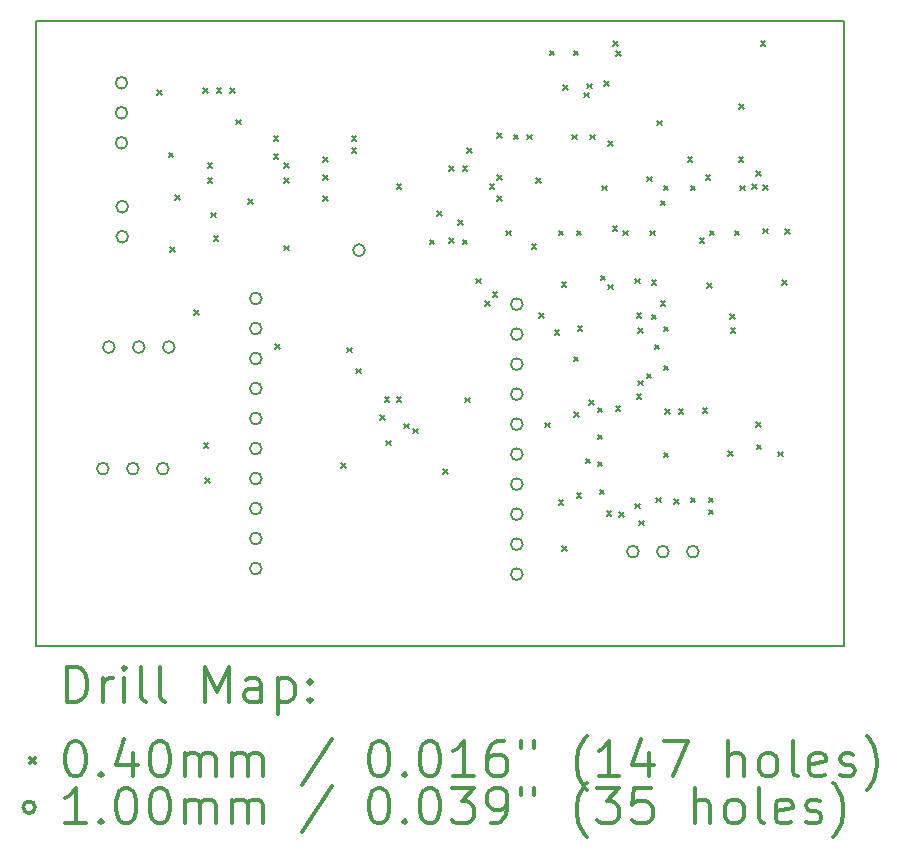
<source format=gbr>
%FSLAX45Y45*%
G04 Gerber Fmt 4.5, Leading zero omitted, Abs format (unit mm)*
G04 Created by KiCad (PCBNEW 4.0.4-stable) date 11/20/17 17:16:34*
%MOMM*%
%LPD*%
G01*
G04 APERTURE LIST*
%ADD10C,0.127000*%
%ADD11C,0.150000*%
%ADD12C,0.200000*%
%ADD13C,0.300000*%
G04 APERTURE END LIST*
D10*
D11*
X10922000Y-9163050D02*
X17767300Y-9163050D01*
X10922000Y-14458950D02*
X10922000Y-9163050D01*
X11277600Y-14458950D02*
X10922000Y-14458950D01*
X17767300Y-14458950D02*
X11277600Y-14458950D01*
X17767300Y-9163050D02*
X17767300Y-14458950D01*
D12*
X11945940Y-9750110D02*
X11985940Y-9790110D01*
X11985940Y-9750110D02*
X11945940Y-9790110D01*
X12045000Y-10279700D02*
X12085000Y-10319700D01*
X12085000Y-10279700D02*
X12045000Y-10319700D01*
X12057700Y-11079800D02*
X12097700Y-11119800D01*
X12097700Y-11079800D02*
X12057700Y-11119800D01*
X12098340Y-10639110D02*
X12138340Y-10679110D01*
X12138340Y-10639110D02*
X12098340Y-10679110D01*
X12260900Y-11613200D02*
X12300900Y-11653200D01*
X12300900Y-11613200D02*
X12260900Y-11653200D01*
X12337100Y-9733600D02*
X12377100Y-9773600D01*
X12377100Y-9733600D02*
X12337100Y-9773600D01*
X12342180Y-12737150D02*
X12382180Y-12777150D01*
X12382180Y-12737150D02*
X12342180Y-12777150D01*
X12357420Y-13036870D02*
X12397420Y-13076870D01*
X12397420Y-13036870D02*
X12357420Y-13076870D01*
X12375200Y-10368600D02*
X12415200Y-10408600D01*
X12415200Y-10368600D02*
X12375200Y-10408600D01*
X12375200Y-10495600D02*
X12415200Y-10535600D01*
X12415200Y-10495600D02*
X12375200Y-10535600D01*
X12405680Y-10788970D02*
X12445680Y-10828970D01*
X12445680Y-10788970D02*
X12405680Y-10828970D01*
X12426000Y-10984550D02*
X12466000Y-11024550D01*
X12466000Y-10984550D02*
X12426000Y-11024550D01*
X12451400Y-9733600D02*
X12491400Y-9773600D01*
X12491400Y-9733600D02*
X12451400Y-9773600D01*
X12565700Y-9733600D02*
X12605700Y-9773600D01*
X12605700Y-9733600D02*
X12565700Y-9773600D01*
X12616500Y-10000300D02*
X12656500Y-10040300D01*
X12656500Y-10000300D02*
X12616500Y-10040300D01*
X12718100Y-10673400D02*
X12758100Y-10713400D01*
X12758100Y-10673400D02*
X12718100Y-10713400D01*
X12934000Y-10140000D02*
X12974000Y-10180000D01*
X12974000Y-10140000D02*
X12934000Y-10180000D01*
X12934000Y-10292400D02*
X12974000Y-10332400D01*
X12974000Y-10292400D02*
X12934000Y-10332400D01*
X12946700Y-11898950D02*
X12986700Y-11938950D01*
X12986700Y-11898950D02*
X12946700Y-11938950D01*
X13022900Y-10368600D02*
X13062900Y-10408600D01*
X13062900Y-10368600D02*
X13022900Y-10408600D01*
X13022900Y-10495600D02*
X13062900Y-10535600D01*
X13062900Y-10495600D02*
X13022900Y-10535600D01*
X13022900Y-11067100D02*
X13062900Y-11107100D01*
X13062900Y-11067100D02*
X13022900Y-11107100D01*
X13353100Y-10317800D02*
X13393100Y-10357800D01*
X13393100Y-10317800D02*
X13353100Y-10357800D01*
X13353100Y-10470200D02*
X13393100Y-10510200D01*
X13393100Y-10470200D02*
X13353100Y-10510200D01*
X13353100Y-10648000D02*
X13393100Y-10688000D01*
X13393100Y-10648000D02*
X13353100Y-10688000D01*
X13505500Y-12908600D02*
X13545500Y-12948600D01*
X13545500Y-12908600D02*
X13505500Y-12948600D01*
X13556300Y-11930700D02*
X13596300Y-11970700D01*
X13596300Y-11930700D02*
X13556300Y-11970700D01*
X13594400Y-10140000D02*
X13634400Y-10180000D01*
X13634400Y-10140000D02*
X13594400Y-10180000D01*
X13594400Y-10241600D02*
X13634400Y-10281600D01*
X13634400Y-10241600D02*
X13594400Y-10281600D01*
X13632500Y-12108500D02*
X13672500Y-12148500D01*
X13672500Y-12108500D02*
X13632500Y-12148500D01*
X13835700Y-12502200D02*
X13875700Y-12542200D01*
X13875700Y-12502200D02*
X13835700Y-12542200D01*
X13873800Y-12349800D02*
X13913800Y-12389800D01*
X13913800Y-12349800D02*
X13873800Y-12389800D01*
X13886500Y-12718100D02*
X13926500Y-12758100D01*
X13926500Y-12718100D02*
X13886500Y-12758100D01*
X13975400Y-10546400D02*
X14015400Y-10586400D01*
X14015400Y-10546400D02*
X13975400Y-10586400D01*
X13975400Y-12349800D02*
X14015400Y-12389800D01*
X14015400Y-12349800D02*
X13975400Y-12389800D01*
X14038900Y-12574590D02*
X14078900Y-12614590D01*
X14078900Y-12574590D02*
X14038900Y-12614590D01*
X14115100Y-12616500D02*
X14155100Y-12656500D01*
X14155100Y-12616500D02*
X14115100Y-12656500D01*
X14254800Y-11016300D02*
X14294800Y-11056300D01*
X14294800Y-11016300D02*
X14254800Y-11056300D01*
X14318300Y-10775000D02*
X14358300Y-10815000D01*
X14358300Y-10775000D02*
X14318300Y-10815000D01*
X14371640Y-12958130D02*
X14411640Y-12998130D01*
X14411640Y-12958130D02*
X14371640Y-12998130D01*
X14419900Y-10394000D02*
X14459900Y-10434000D01*
X14459900Y-10394000D02*
X14419900Y-10434000D01*
X14419900Y-11003600D02*
X14459900Y-11043600D01*
X14459900Y-11003600D02*
X14419900Y-11043600D01*
X14496100Y-10851200D02*
X14536100Y-10891200D01*
X14536100Y-10851200D02*
X14496100Y-10891200D01*
X14534200Y-10394000D02*
X14574200Y-10434000D01*
X14574200Y-10394000D02*
X14534200Y-10434000D01*
X14534200Y-11016300D02*
X14574200Y-11056300D01*
X14574200Y-11016300D02*
X14534200Y-11056300D01*
X14554520Y-12353610D02*
X14594520Y-12393610D01*
X14594520Y-12353610D02*
X14554520Y-12393610D01*
X14572300Y-10241600D02*
X14612300Y-10281600D01*
X14612300Y-10241600D02*
X14572300Y-10281600D01*
X14648500Y-11346500D02*
X14688500Y-11386500D01*
X14688500Y-11346500D02*
X14648500Y-11386500D01*
X14724700Y-11537000D02*
X14764700Y-11577000D01*
X14764700Y-11537000D02*
X14724700Y-11577000D01*
X14762800Y-10546400D02*
X14802800Y-10586400D01*
X14802800Y-10546400D02*
X14762800Y-10586400D01*
X14788200Y-11462070D02*
X14828200Y-11502070D01*
X14828200Y-11462070D02*
X14788200Y-11502070D01*
X14826300Y-10114600D02*
X14866300Y-10154600D01*
X14866300Y-10114600D02*
X14826300Y-10154600D01*
X14826300Y-10470200D02*
X14866300Y-10510200D01*
X14866300Y-10470200D02*
X14826300Y-10510200D01*
X14826300Y-10648000D02*
X14866300Y-10688000D01*
X14866300Y-10648000D02*
X14826300Y-10688000D01*
X14902500Y-10940100D02*
X14942500Y-10980100D01*
X14942500Y-10940100D02*
X14902500Y-10980100D01*
X14966000Y-10127300D02*
X15006000Y-10167300D01*
X15006000Y-10127300D02*
X14966000Y-10167300D01*
X15080300Y-10127300D02*
X15120300Y-10167300D01*
X15120300Y-10127300D02*
X15080300Y-10167300D01*
X15118400Y-11054400D02*
X15158400Y-11094400D01*
X15158400Y-11054400D02*
X15118400Y-11094400D01*
X15156500Y-10495600D02*
X15196500Y-10535600D01*
X15196500Y-10495600D02*
X15156500Y-10535600D01*
X15181900Y-11639870D02*
X15221900Y-11679870D01*
X15221900Y-11639870D02*
X15181900Y-11679870D01*
X15232700Y-12565700D02*
X15272700Y-12605700D01*
X15272700Y-12565700D02*
X15232700Y-12605700D01*
X15270800Y-9416100D02*
X15310800Y-9456100D01*
X15310800Y-9416100D02*
X15270800Y-9456100D01*
X15313980Y-11782110D02*
X15353980Y-11822110D01*
X15353980Y-11782110D02*
X15313980Y-11822110D01*
X15347000Y-10940100D02*
X15387000Y-10980100D01*
X15387000Y-10940100D02*
X15347000Y-10980100D01*
X15347000Y-13219750D02*
X15387000Y-13259750D01*
X15387000Y-13219750D02*
X15347000Y-13259750D01*
X15372400Y-11375710D02*
X15412400Y-11415710D01*
X15412400Y-11375710D02*
X15372400Y-11415710D01*
X15374940Y-13613450D02*
X15414940Y-13653450D01*
X15414940Y-13613450D02*
X15374940Y-13653450D01*
X15385100Y-9708200D02*
X15425100Y-9748200D01*
X15425100Y-9708200D02*
X15385100Y-9748200D01*
X15461300Y-10127300D02*
X15501300Y-10167300D01*
X15501300Y-10127300D02*
X15461300Y-10167300D01*
X15474000Y-9416100D02*
X15514000Y-9456100D01*
X15514000Y-9416100D02*
X15474000Y-9456100D01*
X15474000Y-12006900D02*
X15514000Y-12046900D01*
X15514000Y-12006900D02*
X15474000Y-12046900D01*
X15479080Y-12475530D02*
X15519080Y-12515530D01*
X15519080Y-12475530D02*
X15479080Y-12515530D01*
X15499400Y-10940100D02*
X15539400Y-10980100D01*
X15539400Y-10940100D02*
X15499400Y-10980100D01*
X15499400Y-13162600D02*
X15539400Y-13202600D01*
X15539400Y-13162600D02*
X15499400Y-13202600D01*
X15509560Y-11746550D02*
X15549560Y-11786550D01*
X15549560Y-11746550D02*
X15509560Y-11786550D01*
X15565440Y-9772970D02*
X15605440Y-9812970D01*
X15605440Y-9772970D02*
X15565440Y-9812970D01*
X15575600Y-12870500D02*
X15615600Y-12910500D01*
X15615600Y-12870500D02*
X15575600Y-12910500D01*
X15588300Y-9695500D02*
X15628300Y-9735500D01*
X15628300Y-9695500D02*
X15588300Y-9735500D01*
X15603540Y-12376470D02*
X15643540Y-12416470D01*
X15643540Y-12376470D02*
X15603540Y-12416470D01*
X15613700Y-10127300D02*
X15653700Y-10167300D01*
X15653700Y-10127300D02*
X15613700Y-10167300D01*
X15677200Y-12438700D02*
X15717200Y-12478700D01*
X15717200Y-12438700D02*
X15677200Y-12478700D01*
X15677200Y-12667300D02*
X15717200Y-12707300D01*
X15717200Y-12667300D02*
X15677200Y-12707300D01*
X15677200Y-12895900D02*
X15717200Y-12935900D01*
X15717200Y-12895900D02*
X15677200Y-12935900D01*
X15694980Y-13133390D02*
X15734980Y-13173390D01*
X15734980Y-13133390D02*
X15694980Y-13173390D01*
X15702600Y-11321100D02*
X15742600Y-11361100D01*
X15742600Y-11321100D02*
X15702600Y-11361100D01*
X15715300Y-10559100D02*
X15755300Y-10599100D01*
X15755300Y-10559100D02*
X15715300Y-10599100D01*
X15735620Y-9676450D02*
X15775620Y-9716450D01*
X15775620Y-9676450D02*
X15735620Y-9716450D01*
X15753400Y-13315000D02*
X15793400Y-13355000D01*
X15793400Y-13315000D02*
X15753400Y-13355000D01*
X15766100Y-10184450D02*
X15806100Y-10224450D01*
X15806100Y-10184450D02*
X15766100Y-10224450D01*
X15766100Y-11397300D02*
X15806100Y-11437300D01*
X15806100Y-11397300D02*
X15766100Y-11437300D01*
X15804200Y-10902000D02*
X15844200Y-10942000D01*
X15844200Y-10902000D02*
X15804200Y-10942000D01*
X15811820Y-9336090D02*
X15851820Y-9376090D01*
X15851820Y-9336090D02*
X15811820Y-9376090D01*
X15829600Y-12426000D02*
X15869600Y-12466000D01*
X15869600Y-12426000D02*
X15829600Y-12466000D01*
X15837220Y-9419910D02*
X15877220Y-9459910D01*
X15877220Y-9419910D02*
X15837220Y-9459910D01*
X15857540Y-13321350D02*
X15897540Y-13361350D01*
X15897540Y-13321350D02*
X15857540Y-13361350D01*
X15893100Y-10940100D02*
X15933100Y-10980100D01*
X15933100Y-10940100D02*
X15893100Y-10980100D01*
X15994700Y-11346500D02*
X16034700Y-11386500D01*
X16034700Y-11346500D02*
X15994700Y-11386500D01*
X15994700Y-13251500D02*
X16034700Y-13291500D01*
X16034700Y-13251500D02*
X15994700Y-13291500D01*
X16007400Y-11638600D02*
X16047400Y-11678600D01*
X16047400Y-11638600D02*
X16007400Y-11678600D01*
X16007400Y-12324400D02*
X16047400Y-12364400D01*
X16047400Y-12324400D02*
X16007400Y-12364400D01*
X16020100Y-11765600D02*
X16060100Y-11805600D01*
X16060100Y-11765600D02*
X16020100Y-11805600D01*
X16020100Y-12210100D02*
X16060100Y-12250100D01*
X16060100Y-12210100D02*
X16020100Y-12250100D01*
X16027720Y-13395010D02*
X16067720Y-13435010D01*
X16067720Y-13395010D02*
X16027720Y-13435010D01*
X16093760Y-12150410D02*
X16133760Y-12190410D01*
X16133760Y-12150410D02*
X16093760Y-12190410D01*
X16096300Y-10482900D02*
X16136300Y-10522900D01*
X16136300Y-10482900D02*
X16096300Y-10522900D01*
X16121700Y-10940100D02*
X16161700Y-10980100D01*
X16161700Y-10940100D02*
X16121700Y-10980100D01*
X16134400Y-11359200D02*
X16174400Y-11399200D01*
X16174400Y-11359200D02*
X16134400Y-11399200D01*
X16134400Y-11651300D02*
X16174400Y-11691300D01*
X16174400Y-11651300D02*
X16134400Y-11691300D01*
X16159800Y-11905300D02*
X16199800Y-11945300D01*
X16199800Y-11905300D02*
X16159800Y-11945300D01*
X16172500Y-13200700D02*
X16212500Y-13240700D01*
X16212500Y-13200700D02*
X16172500Y-13240700D01*
X16182660Y-10009190D02*
X16222660Y-10049190D01*
X16222660Y-10009190D02*
X16182660Y-10049190D01*
X16210600Y-10686100D02*
X16250600Y-10726100D01*
X16250600Y-10686100D02*
X16210600Y-10726100D01*
X16210600Y-11537000D02*
X16250600Y-11577000D01*
X16250600Y-11537000D02*
X16210600Y-11577000D01*
X16236000Y-10559100D02*
X16276000Y-10599100D01*
X16276000Y-10559100D02*
X16236000Y-10599100D01*
X16236000Y-11752900D02*
X16276000Y-11792900D01*
X16276000Y-11752900D02*
X16236000Y-11792900D01*
X16236000Y-12083100D02*
X16276000Y-12123100D01*
X16276000Y-12083100D02*
X16236000Y-12123100D01*
X16236000Y-12819700D02*
X16276000Y-12859700D01*
X16276000Y-12819700D02*
X16236000Y-12859700D01*
X16248700Y-12451400D02*
X16288700Y-12491400D01*
X16288700Y-12451400D02*
X16248700Y-12491400D01*
X16324900Y-13213400D02*
X16364900Y-13253400D01*
X16364900Y-13213400D02*
X16324900Y-13253400D01*
X16363000Y-12451400D02*
X16403000Y-12491400D01*
X16403000Y-12451400D02*
X16363000Y-12491400D01*
X16439200Y-10317800D02*
X16479200Y-10357800D01*
X16479200Y-10317800D02*
X16439200Y-10357800D01*
X16464600Y-10559100D02*
X16504600Y-10599100D01*
X16504600Y-10559100D02*
X16464600Y-10599100D01*
X16464600Y-13200700D02*
X16504600Y-13240700D01*
X16504600Y-13200700D02*
X16464600Y-13240700D01*
X16540800Y-11003600D02*
X16580800Y-11043600D01*
X16580800Y-11003600D02*
X16540800Y-11043600D01*
X16566200Y-12445050D02*
X16606200Y-12485050D01*
X16606200Y-12445050D02*
X16566200Y-12485050D01*
X16591600Y-10470200D02*
X16631600Y-10510200D01*
X16631600Y-10470200D02*
X16591600Y-10510200D01*
X16604300Y-11384600D02*
X16644300Y-11424600D01*
X16644300Y-11384600D02*
X16604300Y-11424600D01*
X16617000Y-13200700D02*
X16657000Y-13240700D01*
X16657000Y-13200700D02*
X16617000Y-13240700D01*
X16617000Y-13302300D02*
X16657000Y-13342300D01*
X16657000Y-13302300D02*
X16617000Y-13342300D01*
X16627160Y-10941370D02*
X16667160Y-10981370D01*
X16667160Y-10941370D02*
X16627160Y-10981370D01*
X16782100Y-12807000D02*
X16822100Y-12847000D01*
X16822100Y-12807000D02*
X16782100Y-12847000D01*
X16797340Y-11650030D02*
X16837340Y-11690030D01*
X16837340Y-11650030D02*
X16797340Y-11690030D01*
X16804960Y-11766870D02*
X16844960Y-11806870D01*
X16844960Y-11766870D02*
X16804960Y-11806870D01*
X16837980Y-10941370D02*
X16877980Y-10981370D01*
X16877980Y-10941370D02*
X16837980Y-10981370D01*
X16871000Y-10317800D02*
X16911000Y-10357800D01*
X16911000Y-10317800D02*
X16871000Y-10357800D01*
X16876080Y-9872030D02*
X16916080Y-9912030D01*
X16916080Y-9872030D02*
X16876080Y-9912030D01*
X16883700Y-10559100D02*
X16923700Y-10599100D01*
X16923700Y-10559100D02*
X16883700Y-10599100D01*
X16985300Y-10546400D02*
X17025300Y-10586400D01*
X17025300Y-10546400D02*
X16985300Y-10586400D01*
X17020860Y-10438450D02*
X17060860Y-10478450D01*
X17060860Y-10438450D02*
X17020860Y-10478450D01*
X17020860Y-12561890D02*
X17060860Y-12601890D01*
X17060860Y-12561890D02*
X17020860Y-12601890D01*
X17023400Y-12752390D02*
X17063400Y-12792390D01*
X17063400Y-12752390D02*
X17023400Y-12792390D01*
X17058960Y-9338630D02*
X17098960Y-9378630D01*
X17098960Y-9338630D02*
X17058960Y-9378630D01*
X17079280Y-10923590D02*
X17119280Y-10963590D01*
X17119280Y-10923590D02*
X17079280Y-10963590D01*
X17081820Y-10552750D02*
X17121820Y-10592750D01*
X17121820Y-10552750D02*
X17081820Y-10592750D01*
X17203740Y-12810810D02*
X17243740Y-12850810D01*
X17243740Y-12810810D02*
X17203740Y-12850810D01*
X17239300Y-11359200D02*
X17279300Y-11399200D01*
X17279300Y-11359200D02*
X17239300Y-11399200D01*
X17264700Y-10927400D02*
X17304700Y-10967400D01*
X17304700Y-10927400D02*
X17264700Y-10967400D01*
X11538420Y-12955270D02*
G75*
G03X11538420Y-12955270I-50000J0D01*
G01*
X11589220Y-11926570D02*
G75*
G03X11589220Y-11926570I-50000J0D01*
G01*
X11696836Y-9688950D02*
G75*
G03X11696836Y-9688950I-50000J0D01*
G01*
X11696836Y-9942950D02*
G75*
G03X11696836Y-9942950I-50000J0D01*
G01*
X11696836Y-10196950D02*
G75*
G03X11696836Y-10196950I-50000J0D01*
G01*
X11703286Y-10738200D02*
G75*
G03X11703286Y-10738200I-50000J0D01*
G01*
X11703286Y-10992200D02*
G75*
G03X11703286Y-10992200I-50000J0D01*
G01*
X11792420Y-12955270D02*
G75*
G03X11792420Y-12955270I-50000J0D01*
G01*
X11843220Y-11926570D02*
G75*
G03X11843220Y-11926570I-50000J0D01*
G01*
X12046420Y-12955270D02*
G75*
G03X12046420Y-12955270I-50000J0D01*
G01*
X12097220Y-11926570D02*
G75*
G03X12097220Y-11926570I-50000J0D01*
G01*
X12833820Y-11515090D02*
G75*
G03X12833820Y-11515090I-50000J0D01*
G01*
X12833820Y-11769090D02*
G75*
G03X12833820Y-11769090I-50000J0D01*
G01*
X12833820Y-12023090D02*
G75*
G03X12833820Y-12023090I-50000J0D01*
G01*
X12833820Y-12277090D02*
G75*
G03X12833820Y-12277090I-50000J0D01*
G01*
X12833820Y-12531090D02*
G75*
G03X12833820Y-12531090I-50000J0D01*
G01*
X12833820Y-12785090D02*
G75*
G03X12833820Y-12785090I-50000J0D01*
G01*
X12833820Y-13039090D02*
G75*
G03X12833820Y-13039090I-50000J0D01*
G01*
X12833820Y-13293090D02*
G75*
G03X12833820Y-13293090I-50000J0D01*
G01*
X12833820Y-13547090D02*
G75*
G03X12833820Y-13547090I-50000J0D01*
G01*
X12833820Y-13801090D02*
G75*
G03X12833820Y-13801090I-50000J0D01*
G01*
X13707580Y-11106150D02*
G75*
G03X13707580Y-11106150I-50000J0D01*
G01*
X15043620Y-11563350D02*
G75*
G03X15043620Y-11563350I-50000J0D01*
G01*
X15043620Y-11817350D02*
G75*
G03X15043620Y-11817350I-50000J0D01*
G01*
X15043620Y-12071350D02*
G75*
G03X15043620Y-12071350I-50000J0D01*
G01*
X15043620Y-12325350D02*
G75*
G03X15043620Y-12325350I-50000J0D01*
G01*
X15043620Y-12579350D02*
G75*
G03X15043620Y-12579350I-50000J0D01*
G01*
X15043620Y-12833350D02*
G75*
G03X15043620Y-12833350I-50000J0D01*
G01*
X15043620Y-13087350D02*
G75*
G03X15043620Y-13087350I-50000J0D01*
G01*
X15043620Y-13341350D02*
G75*
G03X15043620Y-13341350I-50000J0D01*
G01*
X15043620Y-13595350D02*
G75*
G03X15043620Y-13595350I-50000J0D01*
G01*
X15043620Y-13849350D02*
G75*
G03X15043620Y-13849350I-50000J0D01*
G01*
X16026600Y-13658850D02*
G75*
G03X16026600Y-13658850I-50000J0D01*
G01*
X16280600Y-13658850D02*
G75*
G03X16280600Y-13658850I-50000J0D01*
G01*
X16534600Y-13658850D02*
G75*
G03X16534600Y-13658850I-50000J0D01*
G01*
D13*
X11185928Y-14932164D02*
X11185928Y-14632164D01*
X11257357Y-14632164D01*
X11300214Y-14646450D01*
X11328786Y-14675021D01*
X11343071Y-14703593D01*
X11357357Y-14760736D01*
X11357357Y-14803593D01*
X11343071Y-14860736D01*
X11328786Y-14889307D01*
X11300214Y-14917879D01*
X11257357Y-14932164D01*
X11185928Y-14932164D01*
X11485928Y-14932164D02*
X11485928Y-14732164D01*
X11485928Y-14789307D02*
X11500214Y-14760736D01*
X11514500Y-14746450D01*
X11543071Y-14732164D01*
X11571643Y-14732164D01*
X11671643Y-14932164D02*
X11671643Y-14732164D01*
X11671643Y-14632164D02*
X11657357Y-14646450D01*
X11671643Y-14660736D01*
X11685928Y-14646450D01*
X11671643Y-14632164D01*
X11671643Y-14660736D01*
X11857357Y-14932164D02*
X11828786Y-14917879D01*
X11814500Y-14889307D01*
X11814500Y-14632164D01*
X12014500Y-14932164D02*
X11985928Y-14917879D01*
X11971643Y-14889307D01*
X11971643Y-14632164D01*
X12357357Y-14932164D02*
X12357357Y-14632164D01*
X12457357Y-14846450D01*
X12557357Y-14632164D01*
X12557357Y-14932164D01*
X12828786Y-14932164D02*
X12828786Y-14775021D01*
X12814500Y-14746450D01*
X12785928Y-14732164D01*
X12728786Y-14732164D01*
X12700214Y-14746450D01*
X12828786Y-14917879D02*
X12800214Y-14932164D01*
X12728786Y-14932164D01*
X12700214Y-14917879D01*
X12685928Y-14889307D01*
X12685928Y-14860736D01*
X12700214Y-14832164D01*
X12728786Y-14817879D01*
X12800214Y-14817879D01*
X12828786Y-14803593D01*
X12971643Y-14732164D02*
X12971643Y-15032164D01*
X12971643Y-14746450D02*
X13000214Y-14732164D01*
X13057357Y-14732164D01*
X13085928Y-14746450D01*
X13100214Y-14760736D01*
X13114500Y-14789307D01*
X13114500Y-14875021D01*
X13100214Y-14903593D01*
X13085928Y-14917879D01*
X13057357Y-14932164D01*
X13000214Y-14932164D01*
X12971643Y-14917879D01*
X13243071Y-14903593D02*
X13257357Y-14917879D01*
X13243071Y-14932164D01*
X13228786Y-14917879D01*
X13243071Y-14903593D01*
X13243071Y-14932164D01*
X13243071Y-14746450D02*
X13257357Y-14760736D01*
X13243071Y-14775021D01*
X13228786Y-14760736D01*
X13243071Y-14746450D01*
X13243071Y-14775021D01*
X10874500Y-15406450D02*
X10914500Y-15446450D01*
X10914500Y-15406450D02*
X10874500Y-15446450D01*
X11243071Y-15262164D02*
X11271643Y-15262164D01*
X11300214Y-15276450D01*
X11314500Y-15290736D01*
X11328786Y-15319307D01*
X11343071Y-15376450D01*
X11343071Y-15447879D01*
X11328786Y-15505021D01*
X11314500Y-15533593D01*
X11300214Y-15547879D01*
X11271643Y-15562164D01*
X11243071Y-15562164D01*
X11214500Y-15547879D01*
X11200214Y-15533593D01*
X11185928Y-15505021D01*
X11171643Y-15447879D01*
X11171643Y-15376450D01*
X11185928Y-15319307D01*
X11200214Y-15290736D01*
X11214500Y-15276450D01*
X11243071Y-15262164D01*
X11471643Y-15533593D02*
X11485928Y-15547879D01*
X11471643Y-15562164D01*
X11457357Y-15547879D01*
X11471643Y-15533593D01*
X11471643Y-15562164D01*
X11743071Y-15362164D02*
X11743071Y-15562164D01*
X11671643Y-15247879D02*
X11600214Y-15462164D01*
X11785928Y-15462164D01*
X11957357Y-15262164D02*
X11985928Y-15262164D01*
X12014500Y-15276450D01*
X12028786Y-15290736D01*
X12043071Y-15319307D01*
X12057357Y-15376450D01*
X12057357Y-15447879D01*
X12043071Y-15505021D01*
X12028786Y-15533593D01*
X12014500Y-15547879D01*
X11985928Y-15562164D01*
X11957357Y-15562164D01*
X11928786Y-15547879D01*
X11914500Y-15533593D01*
X11900214Y-15505021D01*
X11885928Y-15447879D01*
X11885928Y-15376450D01*
X11900214Y-15319307D01*
X11914500Y-15290736D01*
X11928786Y-15276450D01*
X11957357Y-15262164D01*
X12185928Y-15562164D02*
X12185928Y-15362164D01*
X12185928Y-15390736D02*
X12200214Y-15376450D01*
X12228786Y-15362164D01*
X12271643Y-15362164D01*
X12300214Y-15376450D01*
X12314500Y-15405021D01*
X12314500Y-15562164D01*
X12314500Y-15405021D02*
X12328786Y-15376450D01*
X12357357Y-15362164D01*
X12400214Y-15362164D01*
X12428786Y-15376450D01*
X12443071Y-15405021D01*
X12443071Y-15562164D01*
X12585928Y-15562164D02*
X12585928Y-15362164D01*
X12585928Y-15390736D02*
X12600214Y-15376450D01*
X12628786Y-15362164D01*
X12671643Y-15362164D01*
X12700214Y-15376450D01*
X12714500Y-15405021D01*
X12714500Y-15562164D01*
X12714500Y-15405021D02*
X12728786Y-15376450D01*
X12757357Y-15362164D01*
X12800214Y-15362164D01*
X12828786Y-15376450D01*
X12843071Y-15405021D01*
X12843071Y-15562164D01*
X13428786Y-15247879D02*
X13171643Y-15633593D01*
X13814500Y-15262164D02*
X13843071Y-15262164D01*
X13871643Y-15276450D01*
X13885928Y-15290736D01*
X13900214Y-15319307D01*
X13914500Y-15376450D01*
X13914500Y-15447879D01*
X13900214Y-15505021D01*
X13885928Y-15533593D01*
X13871643Y-15547879D01*
X13843071Y-15562164D01*
X13814500Y-15562164D01*
X13785928Y-15547879D01*
X13771643Y-15533593D01*
X13757357Y-15505021D01*
X13743071Y-15447879D01*
X13743071Y-15376450D01*
X13757357Y-15319307D01*
X13771643Y-15290736D01*
X13785928Y-15276450D01*
X13814500Y-15262164D01*
X14043071Y-15533593D02*
X14057357Y-15547879D01*
X14043071Y-15562164D01*
X14028786Y-15547879D01*
X14043071Y-15533593D01*
X14043071Y-15562164D01*
X14243071Y-15262164D02*
X14271643Y-15262164D01*
X14300214Y-15276450D01*
X14314500Y-15290736D01*
X14328785Y-15319307D01*
X14343071Y-15376450D01*
X14343071Y-15447879D01*
X14328785Y-15505021D01*
X14314500Y-15533593D01*
X14300214Y-15547879D01*
X14271643Y-15562164D01*
X14243071Y-15562164D01*
X14214500Y-15547879D01*
X14200214Y-15533593D01*
X14185928Y-15505021D01*
X14171643Y-15447879D01*
X14171643Y-15376450D01*
X14185928Y-15319307D01*
X14200214Y-15290736D01*
X14214500Y-15276450D01*
X14243071Y-15262164D01*
X14628785Y-15562164D02*
X14457357Y-15562164D01*
X14543071Y-15562164D02*
X14543071Y-15262164D01*
X14514500Y-15305021D01*
X14485928Y-15333593D01*
X14457357Y-15347879D01*
X14885928Y-15262164D02*
X14828785Y-15262164D01*
X14800214Y-15276450D01*
X14785928Y-15290736D01*
X14757357Y-15333593D01*
X14743071Y-15390736D01*
X14743071Y-15505021D01*
X14757357Y-15533593D01*
X14771643Y-15547879D01*
X14800214Y-15562164D01*
X14857357Y-15562164D01*
X14885928Y-15547879D01*
X14900214Y-15533593D01*
X14914500Y-15505021D01*
X14914500Y-15433593D01*
X14900214Y-15405021D01*
X14885928Y-15390736D01*
X14857357Y-15376450D01*
X14800214Y-15376450D01*
X14771643Y-15390736D01*
X14757357Y-15405021D01*
X14743071Y-15433593D01*
X15028786Y-15262164D02*
X15028786Y-15319307D01*
X15143071Y-15262164D02*
X15143071Y-15319307D01*
X15585928Y-15676450D02*
X15571643Y-15662164D01*
X15543071Y-15619307D01*
X15528785Y-15590736D01*
X15514500Y-15547879D01*
X15500214Y-15476450D01*
X15500214Y-15419307D01*
X15514500Y-15347879D01*
X15528785Y-15305021D01*
X15543071Y-15276450D01*
X15571643Y-15233593D01*
X15585928Y-15219307D01*
X15857357Y-15562164D02*
X15685928Y-15562164D01*
X15771643Y-15562164D02*
X15771643Y-15262164D01*
X15743071Y-15305021D01*
X15714500Y-15333593D01*
X15685928Y-15347879D01*
X16114500Y-15362164D02*
X16114500Y-15562164D01*
X16043071Y-15247879D02*
X15971643Y-15462164D01*
X16157357Y-15462164D01*
X16243071Y-15262164D02*
X16443071Y-15262164D01*
X16314500Y-15562164D01*
X16785928Y-15562164D02*
X16785928Y-15262164D01*
X16914500Y-15562164D02*
X16914500Y-15405021D01*
X16900214Y-15376450D01*
X16871643Y-15362164D01*
X16828786Y-15362164D01*
X16800214Y-15376450D01*
X16785928Y-15390736D01*
X17100214Y-15562164D02*
X17071643Y-15547879D01*
X17057357Y-15533593D01*
X17043071Y-15505021D01*
X17043071Y-15419307D01*
X17057357Y-15390736D01*
X17071643Y-15376450D01*
X17100214Y-15362164D01*
X17143071Y-15362164D01*
X17171643Y-15376450D01*
X17185928Y-15390736D01*
X17200214Y-15419307D01*
X17200214Y-15505021D01*
X17185928Y-15533593D01*
X17171643Y-15547879D01*
X17143071Y-15562164D01*
X17100214Y-15562164D01*
X17371643Y-15562164D02*
X17343071Y-15547879D01*
X17328786Y-15519307D01*
X17328786Y-15262164D01*
X17600214Y-15547879D02*
X17571643Y-15562164D01*
X17514500Y-15562164D01*
X17485929Y-15547879D01*
X17471643Y-15519307D01*
X17471643Y-15405021D01*
X17485929Y-15376450D01*
X17514500Y-15362164D01*
X17571643Y-15362164D01*
X17600214Y-15376450D01*
X17614500Y-15405021D01*
X17614500Y-15433593D01*
X17471643Y-15462164D01*
X17728786Y-15547879D02*
X17757357Y-15562164D01*
X17814500Y-15562164D01*
X17843071Y-15547879D01*
X17857357Y-15519307D01*
X17857357Y-15505021D01*
X17843071Y-15476450D01*
X17814500Y-15462164D01*
X17771643Y-15462164D01*
X17743071Y-15447879D01*
X17728786Y-15419307D01*
X17728786Y-15405021D01*
X17743071Y-15376450D01*
X17771643Y-15362164D01*
X17814500Y-15362164D01*
X17843071Y-15376450D01*
X17957357Y-15676450D02*
X17971643Y-15662164D01*
X18000214Y-15619307D01*
X18014500Y-15590736D01*
X18028786Y-15547879D01*
X18043071Y-15476450D01*
X18043071Y-15419307D01*
X18028786Y-15347879D01*
X18014500Y-15305021D01*
X18000214Y-15276450D01*
X17971643Y-15233593D01*
X17957357Y-15219307D01*
X10914500Y-15822450D02*
G75*
G03X10914500Y-15822450I-50000J0D01*
G01*
X11343071Y-15958164D02*
X11171643Y-15958164D01*
X11257357Y-15958164D02*
X11257357Y-15658164D01*
X11228786Y-15701021D01*
X11200214Y-15729593D01*
X11171643Y-15743879D01*
X11471643Y-15929593D02*
X11485928Y-15943879D01*
X11471643Y-15958164D01*
X11457357Y-15943879D01*
X11471643Y-15929593D01*
X11471643Y-15958164D01*
X11671643Y-15658164D02*
X11700214Y-15658164D01*
X11728786Y-15672450D01*
X11743071Y-15686736D01*
X11757357Y-15715307D01*
X11771643Y-15772450D01*
X11771643Y-15843879D01*
X11757357Y-15901021D01*
X11743071Y-15929593D01*
X11728786Y-15943879D01*
X11700214Y-15958164D01*
X11671643Y-15958164D01*
X11643071Y-15943879D01*
X11628786Y-15929593D01*
X11614500Y-15901021D01*
X11600214Y-15843879D01*
X11600214Y-15772450D01*
X11614500Y-15715307D01*
X11628786Y-15686736D01*
X11643071Y-15672450D01*
X11671643Y-15658164D01*
X11957357Y-15658164D02*
X11985928Y-15658164D01*
X12014500Y-15672450D01*
X12028786Y-15686736D01*
X12043071Y-15715307D01*
X12057357Y-15772450D01*
X12057357Y-15843879D01*
X12043071Y-15901021D01*
X12028786Y-15929593D01*
X12014500Y-15943879D01*
X11985928Y-15958164D01*
X11957357Y-15958164D01*
X11928786Y-15943879D01*
X11914500Y-15929593D01*
X11900214Y-15901021D01*
X11885928Y-15843879D01*
X11885928Y-15772450D01*
X11900214Y-15715307D01*
X11914500Y-15686736D01*
X11928786Y-15672450D01*
X11957357Y-15658164D01*
X12185928Y-15958164D02*
X12185928Y-15758164D01*
X12185928Y-15786736D02*
X12200214Y-15772450D01*
X12228786Y-15758164D01*
X12271643Y-15758164D01*
X12300214Y-15772450D01*
X12314500Y-15801021D01*
X12314500Y-15958164D01*
X12314500Y-15801021D02*
X12328786Y-15772450D01*
X12357357Y-15758164D01*
X12400214Y-15758164D01*
X12428786Y-15772450D01*
X12443071Y-15801021D01*
X12443071Y-15958164D01*
X12585928Y-15958164D02*
X12585928Y-15758164D01*
X12585928Y-15786736D02*
X12600214Y-15772450D01*
X12628786Y-15758164D01*
X12671643Y-15758164D01*
X12700214Y-15772450D01*
X12714500Y-15801021D01*
X12714500Y-15958164D01*
X12714500Y-15801021D02*
X12728786Y-15772450D01*
X12757357Y-15758164D01*
X12800214Y-15758164D01*
X12828786Y-15772450D01*
X12843071Y-15801021D01*
X12843071Y-15958164D01*
X13428786Y-15643879D02*
X13171643Y-16029593D01*
X13814500Y-15658164D02*
X13843071Y-15658164D01*
X13871643Y-15672450D01*
X13885928Y-15686736D01*
X13900214Y-15715307D01*
X13914500Y-15772450D01*
X13914500Y-15843879D01*
X13900214Y-15901021D01*
X13885928Y-15929593D01*
X13871643Y-15943879D01*
X13843071Y-15958164D01*
X13814500Y-15958164D01*
X13785928Y-15943879D01*
X13771643Y-15929593D01*
X13757357Y-15901021D01*
X13743071Y-15843879D01*
X13743071Y-15772450D01*
X13757357Y-15715307D01*
X13771643Y-15686736D01*
X13785928Y-15672450D01*
X13814500Y-15658164D01*
X14043071Y-15929593D02*
X14057357Y-15943879D01*
X14043071Y-15958164D01*
X14028786Y-15943879D01*
X14043071Y-15929593D01*
X14043071Y-15958164D01*
X14243071Y-15658164D02*
X14271643Y-15658164D01*
X14300214Y-15672450D01*
X14314500Y-15686736D01*
X14328785Y-15715307D01*
X14343071Y-15772450D01*
X14343071Y-15843879D01*
X14328785Y-15901021D01*
X14314500Y-15929593D01*
X14300214Y-15943879D01*
X14271643Y-15958164D01*
X14243071Y-15958164D01*
X14214500Y-15943879D01*
X14200214Y-15929593D01*
X14185928Y-15901021D01*
X14171643Y-15843879D01*
X14171643Y-15772450D01*
X14185928Y-15715307D01*
X14200214Y-15686736D01*
X14214500Y-15672450D01*
X14243071Y-15658164D01*
X14443071Y-15658164D02*
X14628785Y-15658164D01*
X14528785Y-15772450D01*
X14571643Y-15772450D01*
X14600214Y-15786736D01*
X14614500Y-15801021D01*
X14628785Y-15829593D01*
X14628785Y-15901021D01*
X14614500Y-15929593D01*
X14600214Y-15943879D01*
X14571643Y-15958164D01*
X14485928Y-15958164D01*
X14457357Y-15943879D01*
X14443071Y-15929593D01*
X14771643Y-15958164D02*
X14828785Y-15958164D01*
X14857357Y-15943879D01*
X14871643Y-15929593D01*
X14900214Y-15886736D01*
X14914500Y-15829593D01*
X14914500Y-15715307D01*
X14900214Y-15686736D01*
X14885928Y-15672450D01*
X14857357Y-15658164D01*
X14800214Y-15658164D01*
X14771643Y-15672450D01*
X14757357Y-15686736D01*
X14743071Y-15715307D01*
X14743071Y-15786736D01*
X14757357Y-15815307D01*
X14771643Y-15829593D01*
X14800214Y-15843879D01*
X14857357Y-15843879D01*
X14885928Y-15829593D01*
X14900214Y-15815307D01*
X14914500Y-15786736D01*
X15028786Y-15658164D02*
X15028786Y-15715307D01*
X15143071Y-15658164D02*
X15143071Y-15715307D01*
X15585928Y-16072450D02*
X15571643Y-16058164D01*
X15543071Y-16015307D01*
X15528785Y-15986736D01*
X15514500Y-15943879D01*
X15500214Y-15872450D01*
X15500214Y-15815307D01*
X15514500Y-15743879D01*
X15528785Y-15701021D01*
X15543071Y-15672450D01*
X15571643Y-15629593D01*
X15585928Y-15615307D01*
X15671643Y-15658164D02*
X15857357Y-15658164D01*
X15757357Y-15772450D01*
X15800214Y-15772450D01*
X15828785Y-15786736D01*
X15843071Y-15801021D01*
X15857357Y-15829593D01*
X15857357Y-15901021D01*
X15843071Y-15929593D01*
X15828785Y-15943879D01*
X15800214Y-15958164D01*
X15714500Y-15958164D01*
X15685928Y-15943879D01*
X15671643Y-15929593D01*
X16128785Y-15658164D02*
X15985928Y-15658164D01*
X15971643Y-15801021D01*
X15985928Y-15786736D01*
X16014500Y-15772450D01*
X16085928Y-15772450D01*
X16114500Y-15786736D01*
X16128785Y-15801021D01*
X16143071Y-15829593D01*
X16143071Y-15901021D01*
X16128785Y-15929593D01*
X16114500Y-15943879D01*
X16085928Y-15958164D01*
X16014500Y-15958164D01*
X15985928Y-15943879D01*
X15971643Y-15929593D01*
X16500214Y-15958164D02*
X16500214Y-15658164D01*
X16628785Y-15958164D02*
X16628785Y-15801021D01*
X16614500Y-15772450D01*
X16585928Y-15758164D01*
X16543071Y-15758164D01*
X16514500Y-15772450D01*
X16500214Y-15786736D01*
X16814500Y-15958164D02*
X16785928Y-15943879D01*
X16771643Y-15929593D01*
X16757357Y-15901021D01*
X16757357Y-15815307D01*
X16771643Y-15786736D01*
X16785928Y-15772450D01*
X16814500Y-15758164D01*
X16857357Y-15758164D01*
X16885928Y-15772450D01*
X16900214Y-15786736D01*
X16914500Y-15815307D01*
X16914500Y-15901021D01*
X16900214Y-15929593D01*
X16885928Y-15943879D01*
X16857357Y-15958164D01*
X16814500Y-15958164D01*
X17085928Y-15958164D02*
X17057357Y-15943879D01*
X17043071Y-15915307D01*
X17043071Y-15658164D01*
X17314500Y-15943879D02*
X17285929Y-15958164D01*
X17228786Y-15958164D01*
X17200214Y-15943879D01*
X17185929Y-15915307D01*
X17185929Y-15801021D01*
X17200214Y-15772450D01*
X17228786Y-15758164D01*
X17285929Y-15758164D01*
X17314500Y-15772450D01*
X17328786Y-15801021D01*
X17328786Y-15829593D01*
X17185929Y-15858164D01*
X17443071Y-15943879D02*
X17471643Y-15958164D01*
X17528786Y-15958164D01*
X17557357Y-15943879D01*
X17571643Y-15915307D01*
X17571643Y-15901021D01*
X17557357Y-15872450D01*
X17528786Y-15858164D01*
X17485929Y-15858164D01*
X17457357Y-15843879D01*
X17443071Y-15815307D01*
X17443071Y-15801021D01*
X17457357Y-15772450D01*
X17485929Y-15758164D01*
X17528786Y-15758164D01*
X17557357Y-15772450D01*
X17671643Y-16072450D02*
X17685929Y-16058164D01*
X17714500Y-16015307D01*
X17728786Y-15986736D01*
X17743071Y-15943879D01*
X17757357Y-15872450D01*
X17757357Y-15815307D01*
X17743071Y-15743879D01*
X17728786Y-15701021D01*
X17714500Y-15672450D01*
X17685929Y-15629593D01*
X17671643Y-15615307D01*
M02*

</source>
